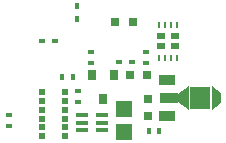
<source format=gbp>
G04 #@! TF.FileFunction,Paste,Bot*
%FSLAX46Y46*%
G04 Gerber Fmt 4.6, Leading zero omitted, Abs format (unit mm)*
G04 Created by KiCad (PCBNEW 4.0.7) date 02/04/18 23:39:56*
%MOMM*%
%LPD*%
G01*
G04 APERTURE LIST*
%ADD10C,0.100000*%
%ADD11R,1.348740X1.348740*%
%ADD12R,0.720000X0.675000*%
%ADD13R,0.540000X0.360000*%
%ADD14R,0.675000X0.720000*%
%ADD15R,0.450000X0.540000*%
%ADD16R,0.540000X0.450000*%
%ADD17R,0.360000X0.540000*%
%ADD18R,0.225000X0.630000*%
%ADD19R,0.714000X0.498000*%
%ADD20R,0.720000X0.810000*%
%ADD21R,1.080000X0.360000*%
%ADD22R,0.540000X0.495000*%
%ADD23R,1.350000X0.900000*%
%ADD24R,1.620000X0.900000*%
%ADD25R,1.656000X1.980000*%
G04 APERTURE END LIST*
D10*
D11*
X14300000Y3252500D03*
X14300000Y1347500D03*
D12*
X16250000Y6100000D03*
X14750000Y6100000D03*
D13*
X4500000Y2750000D03*
X4500000Y1850000D03*
D14*
X16300000Y4150000D03*
X16300000Y2650000D03*
D15*
X10300000Y10850000D03*
X10300000Y11950000D03*
D16*
X8450000Y9000000D03*
X7350000Y9000000D03*
X14950000Y7200000D03*
X13850000Y7200000D03*
D12*
X13550000Y10600000D03*
X15050000Y10600000D03*
D13*
X10400000Y3850000D03*
X10400000Y4750000D03*
X16100000Y8050000D03*
X16100000Y7150000D03*
D17*
X9050000Y6000000D03*
X9950000Y6000000D03*
D18*
X17250000Y10400000D03*
X17750000Y10400000D03*
X18250000Y10400000D03*
X18750000Y10400000D03*
X18750000Y7600000D03*
X18250000Y7600000D03*
X17750000Y7600000D03*
X17250000Y7600000D03*
D19*
X18595000Y8585000D03*
X17405000Y8585000D03*
X18595000Y9415000D03*
X17405000Y9415000D03*
D20*
X11550000Y6100000D03*
X13450000Y6100000D03*
X12500000Y4100000D03*
D13*
X11500000Y8050000D03*
X11500000Y7150000D03*
D17*
X16350000Y1400000D03*
X17250000Y1400000D03*
D21*
X10750000Y1450000D03*
X10750000Y2100000D03*
X10750000Y2750000D03*
X12450000Y2750000D03*
X12450000Y2100000D03*
X12450000Y1450000D03*
D22*
X9300000Y4700000D03*
X9300000Y3950000D03*
X9300000Y3200000D03*
X9300000Y2450000D03*
X9300000Y1700000D03*
X9300000Y950000D03*
X7300000Y950000D03*
X7300000Y1700000D03*
X7300000Y2450000D03*
X7300000Y3200000D03*
X7300000Y3950000D03*
X7300000Y4700000D03*
D10*
G36*
X22449500Y3780000D02*
X21684500Y3180000D01*
X21684500Y5220000D01*
X22449500Y4620000D01*
X22449500Y3780000D01*
X22449500Y3780000D01*
G37*
D23*
X17920000Y2700000D03*
D24*
X18066500Y4200000D03*
D23*
X17920000Y5700000D03*
D25*
X20733500Y4200000D03*
D10*
G36*
X18873800Y4525000D02*
X19773800Y5225000D01*
X19773800Y3175000D01*
X18873800Y3875000D01*
X18873800Y4525000D01*
X18873800Y4525000D01*
G37*
M02*

</source>
